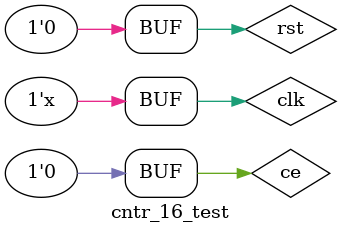
<source format=v>
`timescale 1ns / 1ps


module cntr_16_test;

	// Inputs
	reg clk;
	reg rst;
	reg ce;

	// Outputs
	wire [0:15] out;

	// Instantiate the Unit Under Test (UUT)
	cntr_16 uut (
		.clk(clk), 
		.rst(rst), 
		.ce(ce), 
		.out(out)
	);

	initial begin
		// Initialize Inputs
		clk = 0;
		rst = 1;
		ce = 0;

		// Wait 20 ns for global reset to finish
		#20;
		
		rst = 0;
		ce = 1;
		// Wait 65536*5
		#327680
		
		ce = 0;
	end
	
	always #5
		clk <= ~clk;
      
endmodule


</source>
